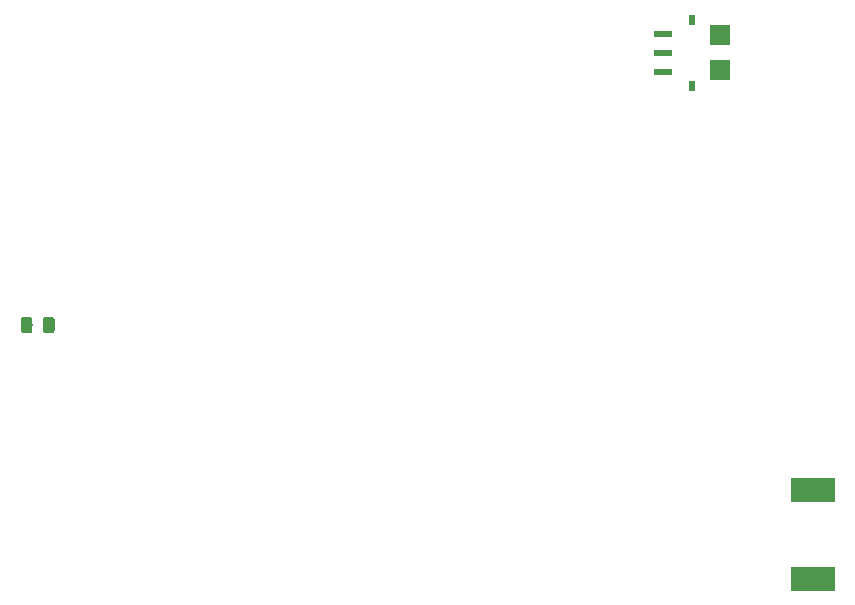
<source format=gbp>
G04 #@! TF.GenerationSoftware,KiCad,Pcbnew,5.1.4-3.fc30*
G04 #@! TF.CreationDate,2019-12-04T09:12:17+01:00*
G04 #@! TF.ProjectId,WattFred,57617474-4672-4656-942e-6b696361645f,rev?*
G04 #@! TF.SameCoordinates,Original*
G04 #@! TF.FileFunction,Paste,Bot*
G04 #@! TF.FilePolarity,Positive*
%FSLAX46Y46*%
G04 Gerber Fmt 4.6, Leading zero omitted, Abs format (unit mm)*
G04 Created by KiCad (PCBNEW 5.1.4-3.fc30) date 2019-12-04 09:12:17*
%MOMM*%
%LPD*%
G04 APERTURE LIST*
%ADD10R,3.750000X2.000000*%
%ADD11R,1.600000X0.500000*%
%ADD12R,0.600000X0.900000*%
%ADD13R,1.700000X1.800000*%
%ADD14C,0.100000*%
%ADD15C,0.975000*%
G04 APERTURE END LIST*
D10*
X154830000Y-110960000D03*
X154830000Y-103460000D03*
D11*
X142130000Y-68015000D03*
X142130000Y-66415000D03*
X142130000Y-64815000D03*
D12*
X144630000Y-63615000D03*
D13*
X147030000Y-64915000D03*
X147030000Y-67915000D03*
D12*
X144630000Y-69215000D03*
D14*
G36*
X90437642Y-88791174D02*
G01*
X90461303Y-88794684D01*
X90484507Y-88800496D01*
X90507029Y-88808554D01*
X90528653Y-88818782D01*
X90549170Y-88831079D01*
X90568383Y-88845329D01*
X90586107Y-88861393D01*
X90602171Y-88879117D01*
X90616421Y-88898330D01*
X90628718Y-88918847D01*
X90638946Y-88940471D01*
X90647004Y-88962993D01*
X90652816Y-88986197D01*
X90656326Y-89009858D01*
X90657500Y-89033750D01*
X90657500Y-89946250D01*
X90656326Y-89970142D01*
X90652816Y-89993803D01*
X90647004Y-90017007D01*
X90638946Y-90039529D01*
X90628718Y-90061153D01*
X90616421Y-90081670D01*
X90602171Y-90100883D01*
X90586107Y-90118607D01*
X90568383Y-90134671D01*
X90549170Y-90148921D01*
X90528653Y-90161218D01*
X90507029Y-90171446D01*
X90484507Y-90179504D01*
X90461303Y-90185316D01*
X90437642Y-90188826D01*
X90413750Y-90190000D01*
X89926250Y-90190000D01*
X89902358Y-90188826D01*
X89878697Y-90185316D01*
X89855493Y-90179504D01*
X89832971Y-90171446D01*
X89811347Y-90161218D01*
X89790830Y-90148921D01*
X89771617Y-90134671D01*
X89753893Y-90118607D01*
X89737829Y-90100883D01*
X89723579Y-90081670D01*
X89711282Y-90061153D01*
X89701054Y-90039529D01*
X89692996Y-90017007D01*
X89687184Y-89993803D01*
X89683674Y-89970142D01*
X89682500Y-89946250D01*
X89682500Y-89033750D01*
X89683674Y-89009858D01*
X89687184Y-88986197D01*
X89692996Y-88962993D01*
X89701054Y-88940471D01*
X89711282Y-88918847D01*
X89723579Y-88898330D01*
X89737829Y-88879117D01*
X89753893Y-88861393D01*
X89771617Y-88845329D01*
X89790830Y-88831079D01*
X89811347Y-88818782D01*
X89832971Y-88808554D01*
X89855493Y-88800496D01*
X89878697Y-88794684D01*
X89902358Y-88791174D01*
X89926250Y-88790000D01*
X90413750Y-88790000D01*
X90437642Y-88791174D01*
X90437642Y-88791174D01*
G37*
D15*
X90170000Y-89490000D03*
D14*
G36*
X88562642Y-88791174D02*
G01*
X88586303Y-88794684D01*
X88609507Y-88800496D01*
X88632029Y-88808554D01*
X88653653Y-88818782D01*
X88674170Y-88831079D01*
X88693383Y-88845329D01*
X88711107Y-88861393D01*
X88727171Y-88879117D01*
X88741421Y-88898330D01*
X88753718Y-88918847D01*
X88763946Y-88940471D01*
X88772004Y-88962993D01*
X88777816Y-88986197D01*
X88781326Y-89009858D01*
X88782500Y-89033750D01*
X88782500Y-89946250D01*
X88781326Y-89970142D01*
X88777816Y-89993803D01*
X88772004Y-90017007D01*
X88763946Y-90039529D01*
X88753718Y-90061153D01*
X88741421Y-90081670D01*
X88727171Y-90100883D01*
X88711107Y-90118607D01*
X88693383Y-90134671D01*
X88674170Y-90148921D01*
X88653653Y-90161218D01*
X88632029Y-90171446D01*
X88609507Y-90179504D01*
X88586303Y-90185316D01*
X88562642Y-90188826D01*
X88538750Y-90190000D01*
X88051250Y-90190000D01*
X88027358Y-90188826D01*
X88003697Y-90185316D01*
X87980493Y-90179504D01*
X87957971Y-90171446D01*
X87936347Y-90161218D01*
X87915830Y-90148921D01*
X87896617Y-90134671D01*
X87878893Y-90118607D01*
X87862829Y-90100883D01*
X87848579Y-90081670D01*
X87836282Y-90061153D01*
X87826054Y-90039529D01*
X87817996Y-90017007D01*
X87812184Y-89993803D01*
X87808674Y-89970142D01*
X87807500Y-89946250D01*
X87807500Y-89033750D01*
X87808674Y-89009858D01*
X87812184Y-88986197D01*
X87817996Y-88962993D01*
X87826054Y-88940471D01*
X87836282Y-88918847D01*
X87848579Y-88898330D01*
X87862829Y-88879117D01*
X87878893Y-88861393D01*
X87896617Y-88845329D01*
X87915830Y-88831079D01*
X87936347Y-88818782D01*
X87957971Y-88808554D01*
X87980493Y-88800496D01*
X88003697Y-88794684D01*
X88027358Y-88791174D01*
X88051250Y-88790000D01*
X88538750Y-88790000D01*
X88562642Y-88791174D01*
X88562642Y-88791174D01*
G37*
D15*
X88295000Y-89490000D03*
M02*

</source>
